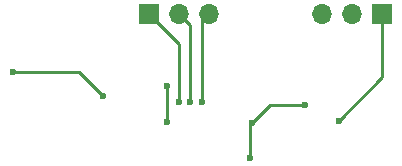
<source format=gbr>
%TF.GenerationSoftware,KiCad,Pcbnew,8.0.0*%
%TF.CreationDate,2024-03-25T13:51:45-05:00*%
%TF.ProjectId,NFCBuisnessV3,4e464342-7569-4736-9e65-737356332e6b,rev?*%
%TF.SameCoordinates,Original*%
%TF.FileFunction,Copper,L2,Bot*%
%TF.FilePolarity,Positive*%
%FSLAX46Y46*%
G04 Gerber Fmt 4.6, Leading zero omitted, Abs format (unit mm)*
G04 Created by KiCad (PCBNEW 8.0.0) date 2024-03-25 13:51:45*
%MOMM*%
%LPD*%
G01*
G04 APERTURE LIST*
%TA.AperFunction,ComponentPad*%
%ADD10R,1.700000X1.700000*%
%TD*%
%TA.AperFunction,ComponentPad*%
%ADD11O,1.700000X1.700000*%
%TD*%
%TA.AperFunction,ViaPad*%
%ADD12C,0.600000*%
%TD*%
%TA.AperFunction,Conductor*%
%ADD13C,0.250000*%
%TD*%
G04 APERTURE END LIST*
D10*
%TO.P,J3,1,Pin_1*%
%TO.N,+3.3V*%
X139500000Y-83635000D03*
D11*
%TO.P,J3,2,Pin_2*%
%TO.N,SWIO*%
X136960000Y-83635000D03*
%TO.P,J3,3,Pin_3*%
%TO.N,VSS*%
X134420000Y-83635000D03*
%TD*%
D10*
%TO.P,J4,1,Pin_1*%
%TO.N,Net-(J4-Pin_1)*%
X119725000Y-83650000D03*
D11*
%TO.P,J4,2,Pin_2*%
%TO.N,Net-(J4-Pin_2)*%
X122265000Y-83650000D03*
%TO.P,J4,3,Pin_3*%
%TO.N,Net-(J4-Pin_3)*%
X124805000Y-83650000D03*
%TD*%
D12*
%TO.N,VSS*%
X128300000Y-95900000D03*
X133000000Y-91400000D03*
X128500000Y-92900000D03*
X121300000Y-92800000D03*
X121300000Y-89800000D03*
%TO.N,Net-(J1-Pin_1)*%
X108250000Y-88600000D03*
X115850000Y-90600000D03*
%TO.N,+3.3V*%
X135800000Y-92700000D03*
%TO.N,Net-(J4-Pin_3)*%
X124200000Y-91100000D03*
%TO.N,Net-(J4-Pin_2)*%
X123200000Y-91100000D03*
%TO.N,Net-(J4-Pin_1)*%
X122300000Y-91100000D03*
%TD*%
D13*
%TO.N,VSS*%
X128300000Y-93100000D02*
X128500000Y-92900000D01*
X121300000Y-92800000D02*
X121300000Y-92300000D01*
X121300000Y-92300000D02*
X121300000Y-89800000D01*
X128500000Y-92900000D02*
X130000000Y-91400000D01*
X128300000Y-95900000D02*
X128300000Y-93100000D01*
X130000000Y-91400000D02*
X133000000Y-91400000D01*
%TO.N,Net-(J1-Pin_1)*%
X113850000Y-88600000D02*
X115850000Y-90600000D01*
X108250000Y-88600000D02*
X113850000Y-88600000D01*
%TO.N,+3.3V*%
X139500000Y-83635000D02*
X139500000Y-89000000D01*
X139500000Y-89000000D02*
X135800000Y-92700000D01*
%TO.N,Net-(J4-Pin_3)*%
X124200000Y-84255000D02*
X124805000Y-83650000D01*
X124200000Y-91100000D02*
X124200000Y-84255000D01*
%TO.N,Net-(J4-Pin_2)*%
X123200000Y-84585000D02*
X122265000Y-83650000D01*
X123200000Y-91100000D02*
X123200000Y-84585000D01*
%TO.N,Net-(J4-Pin_1)*%
X122300000Y-86225000D02*
X119725000Y-83650000D01*
X122300000Y-91100000D02*
X122300000Y-86225000D01*
%TD*%
M02*

</source>
